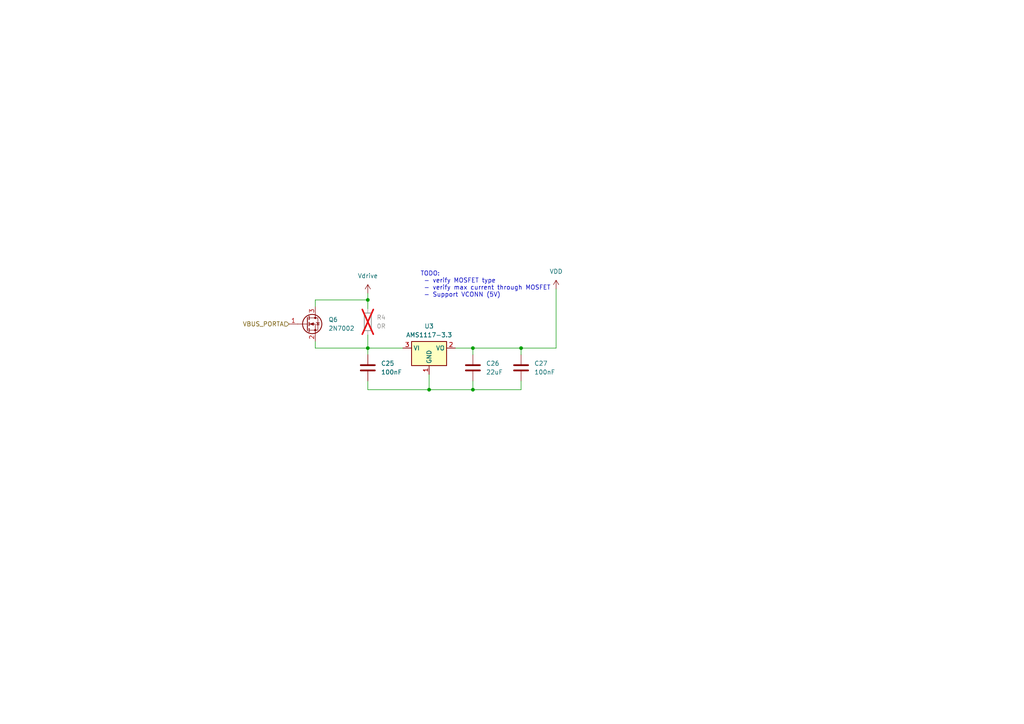
<source format=kicad_sch>
(kicad_sch (version 20230121) (generator eeschema)
  (paper "A4")
  (lib_symbols
    (symbol "Device:C" (pin_numbers hide) (pin_names (offset 0.254))
      (property "Reference" "C" (at 0.635 2.54 0))
      (property "Value" "C" (at 0.635 -2.54 0))
      (symbol "C_0_1"
        (polyline (pts (xy -2.032 -0.762) (xy 2.032 -0.762)) (stroke (width 0.508)))
        (polyline (pts (xy -2.032 0.762) (xy 2.032 0.762)) (stroke (width 0.508)))
      )
      (symbol "C_1_1"
        (pin passive line (at 0 3.81 270) (length 2.794) (name "~") (number "1"))
        (pin passive line (at 0 -3.81 90) (length 2.794) (name "~") (number "2"))
      )
    )
    (symbol "Device:R" (pin_numbers hide) (pin_names (offset 0))
      (property "Reference" "R" (at 2.032 0 90))
      (property "Value" "R" (at 0 0 90))
      (symbol "R_0_1"
        (rectangle (start -1.016 -2.54) (end 1.016 2.54) (stroke (width 0.254)))
      )
      (symbol "R_1_1"
        (pin passive line (at 0 3.81 270) (length 1.27) (name "~") (number "1"))
        (pin passive line (at 0 -3.81 90) (length 1.27) (name "~") (number "2"))
      )
    )
    (symbol "Regulator_Linear:AMS1117-3.3"
      (property "Reference" "U" (at -3.81 3.175 0))
      (property "Value" "AMS1117-3.3" (at 0 3.175 0))
      (symbol "AMS1117-3.3_0_1"
        (rectangle (start -5.08 -5.08) (end 5.08 1.905) (stroke (width 0.254)) (fill (type background)))
      )
      (symbol "AMS1117-3.3_1_1"
        (pin power_in line (at 0 -7.62 90) (length 2.54) (name "GND") (number "1"))
        (pin power_out line (at 7.62 0 180) (length 2.54) (name "VO") (number "2"))
        (pin power_in line (at -7.62 0 0) (length 2.54) (name "VI") (number "3"))
      )
    )
    (symbol "Transistor_FET:2N7002" (pin_names hide)
      (property "Reference" "Q" (at 5.08 1.905 0))
      (property "Value" "2N7002" (at 5.08 0 0))
      (symbol "2N7002_0_1"
        (polyline (pts (xy 0.254 0) (xy -2.54 0)))
        (polyline (pts (xy 0.254 1.905) (xy 0.254 -1.905)) (stroke (width 0.254)))
        (polyline (pts (xy 0.762 -1.27) (xy 0.762 -2.286)) (stroke (width 0.254)))
        (polyline (pts (xy 0.762 0.508) (xy 0.762 -0.508)) (stroke (width 0.254)))
        (polyline (pts (xy 0.762 2.286) (xy 0.762 1.27)) (stroke (width 0.254)))
        (polyline (pts (xy 2.54 2.54) (xy 2.54 1.778)))
        (polyline (pts (xy 2.54 -2.54) (xy 2.54 0) (xy 0.762 0)))
        (polyline (pts (xy 0.762 -1.778) (xy 3.302 -1.778) (xy 3.302 1.778) (xy 0.762 1.778)))
        (polyline (pts (xy 1.016 0) (xy 2.032 0.381) (xy 2.032 -0.381) (xy 1.016 0)) (fill (type outline)))
        (polyline (pts (xy 2.794 0.508) (xy 2.921 0.381) (xy 3.683 0.381) (xy 3.81 0.254)))
        (polyline (pts (xy 3.302 0.381) (xy 2.921 -0.254) (xy 3.683 -0.254) (xy 3.302 0.381)))
        (circle (center 1.651 0) (radius 2.794) (stroke (width 0.254)))
        (circle (center 2.54 -1.778) (radius 0.254) (fill (type outline)))
        (circle (center 2.54 1.778) (radius 0.254) (fill (type outline)))
      )
      (symbol "2N7002_1_1"
        (pin input line (at -5.08 0 0) (length 2.54) (name "G") (number "1"))
        (pin passive line (at 2.54 -5.08 90) (length 2.54) (name "S") (number "2"))
        (pin passive line (at 2.54 5.08 270) (length 2.54) (name "D") (number "3"))
      )
    )
    (symbol "power:VDD" (power) (pin_names (offset 0))
      (property "Value" "VDD" (at 0 3.81 0))
      (symbol "VDD_0_1"
        (polyline (pts (xy -0.762 1.27) (xy 0 2.54)))
        (polyline (pts (xy 0 0) (xy 0 2.54)))
        (polyline (pts (xy 0 2.54) (xy 0.762 1.27)))
      )
      (symbol "VDD_1_1"
        (pin power_in line (at 0 0 90) (length 0) hide (name "VDD") (number "1"))
      )
    )
    (symbol "power:Vdrive" (power) (pin_names (offset 0))
      (property "Value" "Vdrive" (at 0 3.81 0))
      (symbol "Vdrive_0_1"
        (polyline (pts (xy -0.762 1.27) (xy 0 2.54)))
        (polyline (pts (xy 0 0) (xy 0 2.54)))
        (polyline (pts (xy 0 2.54) (xy 0.762 1.27)))
      )
      (symbol "Vdrive_1_1"
        (pin power_in line (at 0 0 90) (length 0) hide (name "Vdrive") (number "1"))
      )
    )
  )
  (junction (at 106.68 86.995))
  (junction (at 137.16 113.03))
  (junction (at 124.46 113.03))
  (junction (at 137.16 100.965))
  (junction (at 151.13 100.965))
  (junction (at 106.68 100.965))
  (wire (pts (xy 106.68 100.965) (xy 106.68 97.155)))
  (wire (pts (xy 137.16 100.965) (xy 137.16 102.87)))
  (wire (pts (xy 106.68 113.03) (xy 124.46 113.03)))
  (wire (pts (xy 151.13 113.03) (xy 137.16 113.03)))
  (wire (pts (xy 106.68 100.965) (xy 106.68 102.87)))
  (wire (pts (xy 161.29 100.965) (xy 161.29 83.82)))
  (wire (pts (xy 124.46 113.03) (xy 124.46 108.585)))
  (wire (pts (xy 106.68 110.49) (xy 106.68 113.03)))
  (wire (pts (xy 106.68 100.965) (xy 116.84 100.965)))
  (wire (pts (xy 151.13 100.965) (xy 151.13 102.87)))
  (wire (pts (xy 91.44 88.9) (xy 91.44 86.995)))
  (wire (pts (xy 151.13 110.49) (xy 151.13 113.03)))
  (wire (pts (xy 106.68 86.995) (xy 106.68 89.535)))
  (wire (pts (xy 91.44 86.995) (xy 106.68 86.995)))
  (wire (pts (xy 106.68 85.09) (xy 106.68 86.995)))
  (wire (pts (xy 137.16 110.49) (xy 137.16 113.03)))
  (wire (pts (xy 91.44 99.06) (xy 91.44 100.965)))
  (wire (pts (xy 132.08 100.965) (xy 137.16 100.965)))
  (wire (pts (xy 137.16 113.03) (xy 124.46 113.03)))
  (wire (pts (xy 151.13 100.965) (xy 161.29 100.965)))
  (wire (pts (xy 91.44 100.965) (xy 106.68 100.965)))
  (wire (pts (xy 137.16 100.965) (xy 151.13 100.965)))
  (text "TODO:\n - verify MOSFET type\n - verify max current through MOSFET\n - Support VCONN (5V)\n" (at 121.92 86.36 0) (effects (font (size 1.27 1.27)) (justify left bottom)))
  (hierarchical_label "VBUS_PORTA" (shape input) (at 83.82 93.98 180))
  (symbol (lib_id "power:VDD") (at 161.29 83.82 0) (unit 1)
    (property "Reference" "#PWR021" (effects hide))
    (property "Value" "VDD" (at 161.29 78.74 0))
  )
  (symbol (lib_id "Transistor_FET:2N7002") (at 88.9 93.98 0) (unit 1)
    (property "Reference" "Q6" (at 95.25 92.71 0) (effects (justify left)))
    (property "Value" "2N7002" (at 95.25 95.25 0) (effects (justify left)))
    (property "Footprint" "Package_TO_SOT_SMD:SOT-23" (effects hide))
    (property "Datasheet" "https://www.onsemi.com/pub/Collateral/NDS7002A-D.PDF" (effects hide))
  )
  (symbol (lib_id "Device:C") (at 151.13 106.68 180) (unit 1)
    (property "Reference" "C27" (at 154.94 105.41 0) (effects (justify right)))
    (property "Value" "100nF" (at 154.94 107.95 0) (effects (justify right)))
    (property "Footprint" "Capacitor_SMD:C_0603_1608Metric" (effects hide))
  )
  (symbol (lib_id "Regulator_Linear:AMS1117-3.3") (at 124.46 100.965 0) (unit 1)
    (property "Reference" "U3" (at 124.46 94.615 0))
    (property "Value" "AMS1117-3.3" (at 124.46 97.155 0))
    (property "Footprint" "Package_TO_SOT_SMD:SOT-223-3_TabPin2" (effects hide))
    (property "Datasheet" "http://www.advanced-monolithic.com/pdf/ds1117.pdf" (effects hide))
  )
  (symbol (lib_id "Device:C") (at 137.16 106.68 180) (unit 1)
    (property "Reference" "C26" (at 140.97 105.41 0) (effects (justify right)))
    (property "Value" "22uF" (at 140.97 107.95 0) (effects (justify right)))
    (property "Footprint" "Capacitor_SMD:C_0603_1608Metric" (effects hide))
  )
  (symbol (lib_id "power:Vdrive") (at 106.68 85.09 0) (unit 1)
    (property "Reference" "#PWR020" (effects hide))
    (property "Value" "Vdrive" (at 106.68 80.01 0))
  )
  (symbol (lib_id "Device:R") (at 106.68 93.345 0) (unit 1) (dnp yes)
    (property "Reference" "R4" (at 109.22 92.075 0) (effects (justify left)))
    (property "Value" "0R" (at 109.22 94.615 0) (effects (justify left)))
  )
  (symbol (lib_id "Device:C") (at 106.68 106.68 180) (unit 1)
    (property "Reference" "C25" (at 110.49 105.41 0) (effects (justify right)))
    (property "Value" "100nF" (at 110.49 107.95 0) (effects (justify right)))
    (property "Footprint" "Capacitor_SMD:C_0603_1608Metric" (effects hide))
  )
)
</source>
